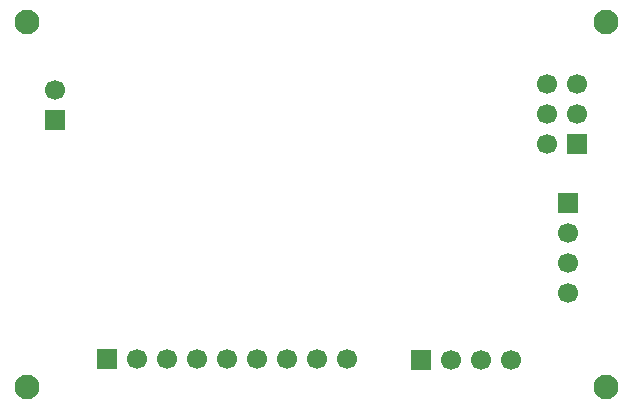
<source format=gbr>
%TF.GenerationSoftware,KiCad,Pcbnew,9.0.4*%
%TF.CreationDate,2025-12-07T17:14:32+03:30*%
%TF.ProjectId,MCU_Data logger003,4d43555f-4461-4746-9120-6c6f67676572,1*%
%TF.SameCoordinates,Original*%
%TF.FileFunction,Soldermask,Bot*%
%TF.FilePolarity,Negative*%
%FSLAX46Y46*%
G04 Gerber Fmt 4.6, Leading zero omitted, Abs format (unit mm)*
G04 Created by KiCad (PCBNEW 9.0.4) date 2025-12-07 17:14:32*
%MOMM*%
%LPD*%
G01*
G04 APERTURE LIST*
%ADD10C,2.100000*%
%ADD11R,1.700000X1.700000*%
%ADD12C,1.700000*%
G04 APERTURE END LIST*
D10*
%TO.C,H4*%
X149984735Y-123438000D03*
%TD*%
%TO.C,H3*%
X149984735Y-92513000D03*
%TD*%
%TO.C,H2*%
X101009735Y-92513000D03*
%TD*%
%TO.C,H1*%
X101009735Y-123438000D03*
%TD*%
D11*
%TO.C,J4*%
X147561700Y-102859000D03*
D12*
X145021700Y-102859000D03*
X147561700Y-100319000D03*
X145021700Y-100319000D03*
X147561700Y-97779000D03*
X145021700Y-97779000D03*
%TD*%
D11*
%TO.C,BT1*%
X103360700Y-100827000D03*
D12*
X103360700Y-98287000D03*
%TD*%
D11*
%TO.C,J3*%
X107780300Y-121096200D03*
D12*
X110320300Y-121096200D03*
X112860300Y-121096200D03*
X115400300Y-121096200D03*
X117940300Y-121096200D03*
X120480300Y-121096200D03*
X123020300Y-121096200D03*
X125560300Y-121096200D03*
X128100300Y-121096200D03*
%TD*%
D11*
%TO.C,J2*%
X134348700Y-121147000D03*
D12*
X136888700Y-121147000D03*
X139428700Y-121147000D03*
X141968700Y-121147000D03*
%TD*%
D11*
%TO.C,J1*%
X146773900Y-107903000D03*
D12*
X146773900Y-110443000D03*
X146773900Y-112983000D03*
X146773900Y-115523000D03*
%TD*%
M02*

</source>
